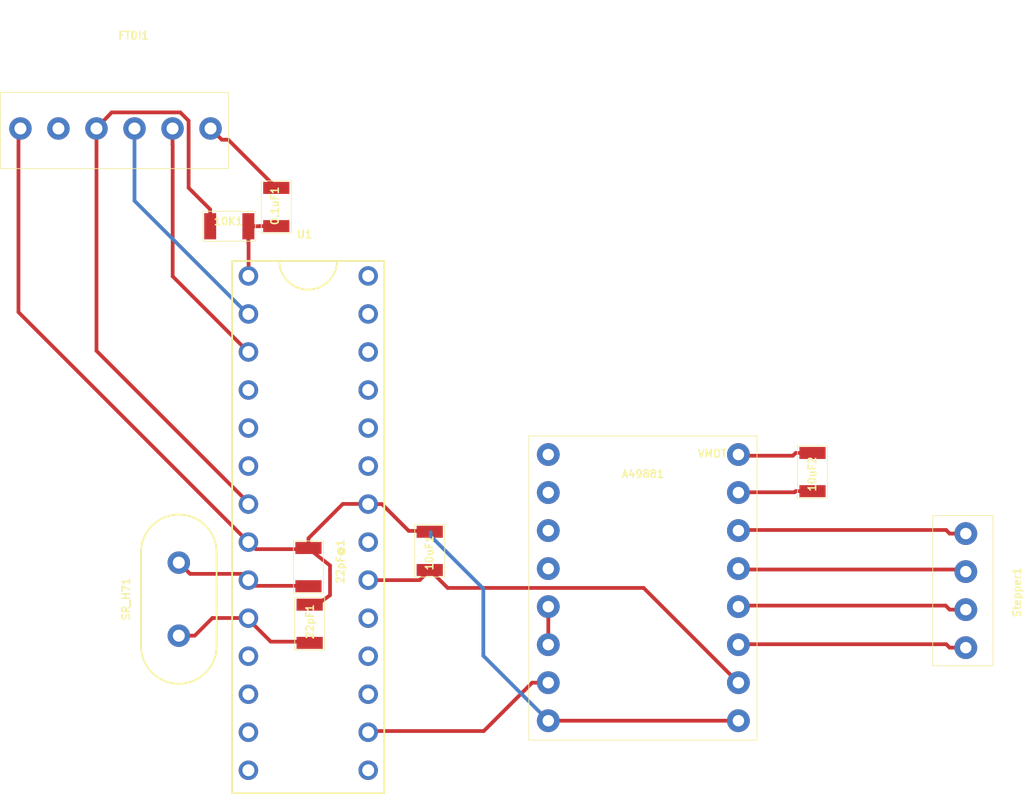
<source format=kicad_pcb>
(kicad_pcb (version 20171130) (host pcbnew "(5.1.0)-1")

  (general
    (thickness 1.6)
    (drawings 0)
    (tracks 87)
    (zones 0)
    (modules 11)
    (nets 40)
  )

  (page A4)
  (layers
    (0 F.Cu signal)
    (31 B.Cu signal)
    (32 B.Adhes user)
    (33 F.Adhes user)
    (34 B.Paste user)
    (35 F.Paste user)
    (36 B.SilkS user)
    (37 F.SilkS user)
    (38 B.Mask user)
    (39 F.Mask user)
    (40 Dwgs.User user)
    (41 Cmts.User user)
    (42 Eco1.User user)
    (43 Eco2.User user)
    (44 Edge.Cuts user)
    (45 Margin user)
    (46 B.CrtYd user)
    (47 F.CrtYd user)
    (48 B.Fab user)
    (49 F.Fab user)
  )

  (setup
    (last_trace_width 0.25)
    (trace_clearance 0.2)
    (zone_clearance 0.508)
    (zone_45_only no)
    (trace_min 0.2)
    (via_size 0.8)
    (via_drill 0.4)
    (via_min_size 0.4)
    (via_min_drill 0.3)
    (uvia_size 0.3)
    (uvia_drill 0.1)
    (uvias_allowed no)
    (uvia_min_size 0.2)
    (uvia_min_drill 0.1)
    (edge_width 0.1)
    (segment_width 0.2)
    (pcb_text_width 0.3)
    (pcb_text_size 1.5 1.5)
    (mod_edge_width 0.15)
    (mod_text_size 1 1)
    (mod_text_width 0.15)
    (pad_size 1.524 1.524)
    (pad_drill 0.762)
    (pad_to_mask_clearance 0)
    (aux_axis_origin 0 0)
    (visible_elements 7FFFFFFF)
    (pcbplotparams
      (layerselection 0x010fc_ffffffff)
      (usegerberextensions false)
      (usegerberattributes false)
      (usegerberadvancedattributes false)
      (creategerberjobfile false)
      (excludeedgelayer true)
      (linewidth 0.100000)
      (plotframeref false)
      (viasonmask false)
      (mode 1)
      (useauxorigin false)
      (hpglpennumber 1)
      (hpglpenspeed 20)
      (hpglpendiameter 15.000000)
      (psnegative false)
      (psa4output false)
      (plotreference true)
      (plotvalue true)
      (plotinvisibletext false)
      (padsonsilk false)
      (subtractmaskfromsilk false)
      (outputformat 1)
      (mirror false)
      (drillshape 1)
      (scaleselection 1)
      (outputdirectory ""))
  )

  (net 0 "")
  (net 1 "Net-(0.1uF1-Pad2)")
  (net 2 "Net-(0.1uF1-Pad1)")
  (net 3 +5V)
  (net 4 "Net-(22pF1-Pad1)")
  (net 5 "Net-(22pF@1-Pad1)")
  (net 6 "Net-(A49881-Pad15)")
  (net 7 "Net-(A49881-Pad13)")
  (net 8 "Net-(A49881-Pad12)")
  (net 9 "Net-(A49881-Pad11)")
  (net 10 "Net-(A49881-Pad10)")
  (net 11 "Net-(A49881-Pad9)")
  (net 12 "Net-(A49881-Pad6)")
  (net 13 "Net-(A49881-Pad5)")
  (net 14 "Net-(A49881-Pad4)")
  (net 15 "Net-(A49881-Pad3)")
  (net 16 GND)
  (net 17 "Net-(FTDI1-Pad2)")
  (net 18 "Net-(FTDI1-Pad5)")
  (net 19 "Net-(FTDI1-Pad4)")
  (net 20 "Net-(U1-Pad24)")
  (net 21 "Net-(U1-Pad23)")
  (net 22 "Net-(U1-Pad28)")
  (net 23 "Net-(U1-Pad27)")
  (net 24 "Net-(U1-Pad26)")
  (net 25 "Net-(U1-Pad25)")
  (net 26 "Net-(U1-Pad18)")
  (net 27 "Net-(U1-Pad21)")
  (net 28 "Net-(U1-Pad15)")
  (net 29 "Net-(U1-Pad17)")
  (net 30 "Net-(U1-Pad19)")
  (net 31 "Net-(U1-Pad4)")
  (net 32 "Net-(U1-Pad5)")
  (net 33 "Net-(U1-Pad6)")
  (net 34 "Net-(U1-Pad11)")
  (net 35 "Net-(U1-Pad12)")
  (net 36 "Net-(U1-Pad13)")
  (net 37 "Net-(U1-Pad14)")
  (net 38 GNDREF)
  (net 39 +10V)

  (net_class Default "This is the default net class."
    (clearance 0.2)
    (trace_width 0.25)
    (via_dia 0.8)
    (via_drill 0.4)
    (uvia_dia 0.3)
    (uvia_drill 0.1)
    (add_net +10V)
    (add_net +5V)
    (add_net GND)
    (add_net GNDREF)
    (add_net "Net-(0.1uF1-Pad1)")
    (add_net "Net-(0.1uF1-Pad2)")
    (add_net "Net-(22pF1-Pad1)")
    (add_net "Net-(22pF@1-Pad1)")
    (add_net "Net-(A49881-Pad10)")
    (add_net "Net-(A49881-Pad11)")
    (add_net "Net-(A49881-Pad12)")
    (add_net "Net-(A49881-Pad13)")
    (add_net "Net-(A49881-Pad15)")
    (add_net "Net-(A49881-Pad3)")
    (add_net "Net-(A49881-Pad4)")
    (add_net "Net-(A49881-Pad5)")
    (add_net "Net-(A49881-Pad6)")
    (add_net "Net-(A49881-Pad9)")
    (add_net "Net-(FTDI1-Pad2)")
    (add_net "Net-(FTDI1-Pad4)")
    (add_net "Net-(FTDI1-Pad5)")
    (add_net "Net-(U1-Pad11)")
    (add_net "Net-(U1-Pad12)")
    (add_net "Net-(U1-Pad13)")
    (add_net "Net-(U1-Pad14)")
    (add_net "Net-(U1-Pad15)")
    (add_net "Net-(U1-Pad17)")
    (add_net "Net-(U1-Pad18)")
    (add_net "Net-(U1-Pad19)")
    (add_net "Net-(U1-Pad21)")
    (add_net "Net-(U1-Pad23)")
    (add_net "Net-(U1-Pad24)")
    (add_net "Net-(U1-Pad25)")
    (add_net "Net-(U1-Pad26)")
    (add_net "Net-(U1-Pad27)")
    (add_net "Net-(U1-Pad28)")
    (add_net "Net-(U1-Pad4)")
    (add_net "Net-(U1-Pad5)")
    (add_net "Net-(U1-Pad6)")
  )

  (module Stepper_motors:Step_4_wires (layer F.Cu) (tedit 5CC092A7) (tstamp 5CC09899)
    (at 219.03 -44.78 270)
    (path /5CC7558C)
    (fp_text reference Stepper1 (at 0.09 -3.65 270) (layer F.SilkS)
      (effects (font (size 0.5 0.5) (thickness 0.1)))
    )
    (fp_text value Step_4_wires (at 0.27 -2.86 270) (layer F.Fab)
      (effects (font (size 0.5 0.5) (thickness 0.1)))
    )
    (fp_line (start -5.03 -2.04) (end -5.03 -1.99) (layer F.SilkS) (width 0.05))
    (fp_line (start -5 -2.04) (end -5.03 -2.04) (layer F.SilkS) (width 0.05))
    (fp_line (start 5 -2.04) (end -5 -2.04) (layer F.SilkS) (width 0.05))
    (fp_line (start -5.03 1.98) (end -5.03 -1.99) (layer F.SilkS) (width 0.05))
    (fp_line (start 5 1.98) (end -5.03 1.98) (layer F.SilkS) (width 0.05))
    (fp_line (start 5 -2.04) (end 5 1.98) (layer F.SilkS) (width 0.05))
    (fp_text user B2 (at 3.88 0.86 270) (layer F.Fab)
      (effects (font (size 0.2 0.2) (thickness 0.01)))
    )
    (fp_text user B1 (at 1.3 0.82 270) (layer F.Fab)
      (effects (font (size 0.2 0.2) (thickness 0.01)))
    )
    (fp_text user A2 (at -1.27 0.86 270) (layer F.Fab)
      (effects (font (size 0.2 0.2) (thickness 0.01)))
    )
    (fp_text user A1 (at -3.85 0.8 270) (layer F.Fab)
      (effects (font (size 0.2 0.2) (thickness 0.01)))
    )
    (pad 4 thru_hole circle (at 3.79 -0.23 270) (size 1.524 1.524) (drill 0.762) (layers *.Cu *.Mask)
      (net 12 "Net-(A49881-Pad6)"))
    (pad 3 thru_hole circle (at 1.25 -0.23 270) (size 1.524 1.524) (drill 0.762) (layers *.Cu *.Mask)
      (net 13 "Net-(A49881-Pad5)"))
    (pad 2 thru_hole circle (at -1.29 -0.23 270) (size 1.524 1.524) (drill 0.762) (layers *.Cu *.Mask)
      (net 14 "Net-(A49881-Pad4)"))
    (pad 1 thru_hole circle (at -3.83 -0.23 270) (size 1.524 1.524) (drill 0.762) (layers *.Cu *.Mask)
      (net 15 "Net-(A49881-Pad3)"))
  )

  (module Capacitors_smd:1206_cap_smd (layer F.Cu) (tedit 5CC074DB) (tstamp 5CC097C3)
    (at 209.02 -52.72 270)
    (path /5CC4CAC0)
    (fp_text reference 10uF2 (at 0.14 0.02 270) (layer F.SilkS)
      (effects (font (size 0.5 0.5) (thickness 0.1)))
    )
    (fp_text value 1206_cap_smd (at 0.36 -2.58 270) (layer F.Fab)
      (effects (font (size 0.5 0.5) (thickness 0.1)))
    )
    (fp_line (start -1.75 1) (end -1.75 -1) (layer F.SilkS) (width 0.05))
    (fp_line (start 1.75 1) (end -1.75 1) (layer F.SilkS) (width 0.05))
    (fp_line (start 1.75 -1) (end 1.75 1) (layer F.SilkS) (width 0.05))
    (fp_line (start -1.75 -1) (end 1.75 -1) (layer F.SilkS) (width 0.05))
    (pad 2 smd rect (at 1.275 0 270) (size 0.8 1.75) (layers F.Cu F.Paste F.Mask)
      (net 38 GNDREF))
    (pad 1 smd rect (at -1.275 0 270) (size 0.8 1.75) (layers F.Cu F.Paste F.Mask)
      (net 39 +10V))
  )

  (module Atmega328p_pu:Atmega328p_pu (layer F.Cu) (tedit 5CC07F22) (tstamp 5CC08BDA)
    (at 175.330001 -51.579998)
    (path /5CC09AE5)
    (fp_text reference U1 (at -0.25 -17.02) (layer F.SilkS)
      (effects (font (size 0.5 0.5) (thickness 0.1)))
    )
    (fp_text value Atmega328p_pu (at 0.53 -19.7) (layer F.Fab)
      (effects (font (size 0.5 0.5) (thickness 0.1)))
    )
    (fp_text user "D9(PWM)" (at 2.66 18.72) (layer F.Fab)
      (effects (font (size 0.2 0.2) (thickness 0.01)))
    )
    (fp_text user "D10(PWM)" (at 2.59 16.16) (layer F.Fab)
      (effects (font (size 0.2 0.2) (thickness 0.01)))
    )
    (fp_text user "D11(MOSI)(PWM)" (at 2.13 13.69) (layer F.Fab)
      (effects (font (size 0.2 0.2) (thickness 0.01)))
    )
    (fp_text user "D12(MISO)" (at 2.61 11.14) (layer F.Fab)
      (effects (font (size 0.2 0.2) (thickness 0.01)))
    )
    (fp_text user "D13(SCK)" (at 2.66 8.61) (layer F.Fab)
      (effects (font (size 0.2 0.2) (thickness 0.01)))
    )
    (fp_text user AVCC (at 2.99 6.15) (layer F.Fab)
      (effects (font (size 0.2 0.2) (thickness 0.01)))
    )
    (fp_text user AREF (at 3.01 3.46) (layer F.Fab)
      (effects (font (size 0.2 0.2) (thickness 0.01)))
    )
    (fp_text user GND (at 2.98 0.95) (layer F.Fab)
      (effects (font (size 0.2 0.2) (thickness 0.01)))
    )
    (fp_text user A0 (at 3.08 -1.57) (layer F.Fab)
      (effects (font (size 0.2 0.2) (thickness 0.01)))
    )
    (fp_text user A1 (at 3.09 -4.09) (layer F.Fab)
      (effects (font (size 0.2 0.2) (thickness 0.01)))
    )
    (fp_text user A2 (at 3.08 -6.64) (layer F.Fab)
      (effects (font (size 0.2 0.2) (thickness 0.01)))
    )
    (fp_text user A3 (at 3.03 -9.16) (layer F.Fab)
      (effects (font (size 0.2 0.2) (thickness 0.01)))
    )
    (fp_text user "A4(SDA)" (at 2.68 -11.64) (layer F.Fab)
      (effects (font (size 0.2 0.2) (thickness 0.01)))
    )
    (fp_text user "A5(SCL)" (at 2.68 -14.24) (layer F.Fab)
      (effects (font (size 0.2 0.2) (thickness 0.01)))
    )
    (fp_text user "D8(CLK0)" (at -2.63 18.79) (layer F.Fab)
      (effects (font (size 0.2 0.2) (thickness 0.01)))
    )
    (fp_text user D7 (at -3.02 16.27) (layer F.Fab)
      (effects (font (size 0.2 0.2) (thickness 0.01)))
    )
    (fp_text user "D6(PWM)" (at -2.61 13.75) (layer F.Fab)
      (effects (font (size 0.2 0.2) (thickness 0.01)))
    )
    (fp_text user "D5(PWM)" (at -2.57 11.19) (layer F.Fab)
      (effects (font (size 0.2 0.2) (thickness 0.01)))
    )
    (fp_text user "CRYSTAL(XTAL2)" (at -2.15 8.65) (layer F.Fab)
      (effects (font (size 0.2 0.2) (thickness 0.01)))
    )
    (fp_text user "CRYSTAL(XTAL1)" (at -2.09 6.09) (layer F.Fab)
      (effects (font (size 0.2 0.2) (thickness 0.01)))
    )
    (fp_text user GND (at -2.95 3.56) (layer F.Fab)
      (effects (font (size 0.2 0.2) (thickness 0.01)))
    )
    (fp_text user VCC (at -2.99 0.99) (layer F.Fab)
      (effects (font (size 0.2 0.2) (thickness 0.01)))
    )
    (fp_text user D4 (at -2.96 -1.54) (layer F.Fab)
      (effects (font (size 0.2 0.2) (thickness 0.01)))
    )
    (fp_text user "D3(PWM)" (at -2.66 -4.1) (layer F.Fab)
      (effects (font (size 0.2 0.2) (thickness 0.01)))
    )
    (fp_text user D2 (at -2.97 -6.59) (layer F.Fab)
      (effects (font (size 0.2 0.2) (thickness 0.01)))
    )
    (fp_text user "D1(TX)" (at -2.78 -9.08) (layer F.Fab)
      (effects (font (size 0.2 0.2) (thickness 0.01)))
    )
    (fp_text user "D0(RX)" (at -2.72 -11.68) (layer F.Fab)
      (effects (font (size 0.2 0.2) (thickness 0.01)))
    )
    (fp_text user RESET (at -2.84 -14.23) (layer F.Fab)
      (effects (font (size 0.2 0.2) (thickness 0.01)))
    )
    (fp_arc (start 0 -15.26) (end -1.929999 -15.240001) (angle -178.0740627) (layer F.SilkS) (width 0.12))
    (fp_line (start 5.08 20.32) (end 5.08 -15.24) (layer F.SilkS) (width 0.12))
    (fp_line (start -5.08 20.32) (end 5.08 20.32) (layer F.SilkS) (width 0.12))
    (fp_line (start -5.08 -15.24) (end -5.08 20.32) (layer F.SilkS) (width 0.12))
    (fp_line (start -5.08 -15.24) (end 5.08 -15.24) (layer F.SilkS) (width 0.12))
    (pad 22 thru_hole circle (at 4.01 1) (size 1.3 1.3) (drill 0.8) (layers *.Cu *.Mask)
      (net 16 GND))
    (pad 24 thru_hole circle (at 4.01 -4.08) (size 1.3 1.3) (drill 0.8) (layers *.Cu *.Mask)
      (net 20 "Net-(U1-Pad24)"))
    (pad 23 thru_hole circle (at 4.01 -1.54) (size 1.3 1.3) (drill 0.8) (layers *.Cu *.Mask)
      (net 21 "Net-(U1-Pad23)"))
    (pad 28 thru_hole circle (at 4.01 -14.24) (size 1.3 1.3) (drill 0.8) (layers *.Cu *.Mask)
      (net 22 "Net-(U1-Pad28)"))
    (pad 27 thru_hole circle (at 4.01 -11.7) (size 1.3 1.3) (drill 0.8) (layers *.Cu *.Mask)
      (net 23 "Net-(U1-Pad27)"))
    (pad 26 thru_hole circle (at 4.01 -9.16) (size 1.3 1.3) (drill 0.8) (layers *.Cu *.Mask)
      (net 24 "Net-(U1-Pad26)"))
    (pad 25 thru_hole circle (at 4.01 -6.62) (size 1.3 1.3) (drill 0.8) (layers *.Cu *.Mask)
      (net 25 "Net-(U1-Pad25)"))
    (pad 18 thru_hole circle (at 4.01 11.16) (size 1.3 1.3) (drill 0.8) (layers *.Cu *.Mask)
      (net 26 "Net-(U1-Pad18)"))
    (pad 21 thru_hole circle (at 4.01 3.54) (size 1.3 1.3) (drill 0.8) (layers *.Cu *.Mask)
      (net 27 "Net-(U1-Pad21)"))
    (pad 15 thru_hole circle (at 4.01 18.78) (size 1.3 1.3) (drill 0.8) (layers *.Cu *.Mask)
      (net 28 "Net-(U1-Pad15)"))
    (pad 17 thru_hole circle (at 4.01 13.7) (size 1.3 1.3) (drill 0.8) (layers *.Cu *.Mask)
      (net 29 "Net-(U1-Pad17)"))
    (pad 16 thru_hole circle (at 4.01 16.24) (size 1.3 1.3) (drill 0.8) (layers *.Cu *.Mask)
      (net 6 "Net-(A49881-Pad15)"))
    (pad 20 thru_hole circle (at 4.01 6.08) (size 1.3 1.3) (drill 0.8) (layers *.Cu *.Mask)
      (net 3 +5V))
    (pad 19 thru_hole circle (at 4.01 8.62) (size 1.3 1.3) (drill 0.8) (layers *.Cu *.Mask)
      (net 30 "Net-(U1-Pad19)"))
    (pad 1 thru_hole circle (at -3.99 -14.24) (size 1.3 1.3) (drill 0.8) (layers *.Cu *.Mask)
      (net 2 "Net-(0.1uF1-Pad1)"))
    (pad 2 thru_hole circle (at -3.99 -11.7) (size 1.3 1.3) (drill 0.8) (layers *.Cu *.Mask)
      (net 19 "Net-(FTDI1-Pad4)"))
    (pad 3 thru_hole circle (at -3.99 -9.16) (size 1.3 1.3) (drill 0.8) (layers *.Cu *.Mask)
      (net 18 "Net-(FTDI1-Pad5)"))
    (pad 4 thru_hole circle (at -3.99 -6.62) (size 1.3 1.3) (drill 0.8) (layers *.Cu *.Mask)
      (net 31 "Net-(U1-Pad4)"))
    (pad 5 thru_hole circle (at -3.99 -4.08) (size 1.3 1.3) (drill 0.8) (layers *.Cu *.Mask)
      (net 32 "Net-(U1-Pad5)"))
    (pad 6 thru_hole circle (at -3.99 -1.54) (size 1.3 1.3) (drill 0.8) (layers *.Cu *.Mask)
      (net 33 "Net-(U1-Pad6)"))
    (pad 7 thru_hole circle (at -3.99 1) (size 1.3 1.3) (drill 0.8) (layers *.Cu *.Mask)
      (net 3 +5V))
    (pad 10 thru_hole circle (at -3.99 8.62) (size 1.3 1.3) (drill 0.8) (layers *.Cu *.Mask)
      (net 4 "Net-(22pF1-Pad1)"))
    (pad 8 thru_hole circle (at -3.99 3.54) (size 1.3 1.3) (drill 0.8) (layers *.Cu *.Mask)
      (net 16 GND))
    (pad 9 thru_hole circle (at -3.99 6.08) (size 1.3 1.3) (drill 0.8) (layers *.Cu *.Mask)
      (net 5 "Net-(22pF@1-Pad1)"))
    (pad 11 thru_hole circle (at -3.99 11.16) (size 1.3 1.3) (drill 0.8) (layers *.Cu *.Mask)
      (net 34 "Net-(U1-Pad11)"))
    (pad 12 thru_hole circle (at -3.99 13.7) (size 1.3 1.3) (drill 0.8) (layers *.Cu *.Mask)
      (net 35 "Net-(U1-Pad12)"))
    (pad 13 thru_hole circle (at -3.99 16.24) (size 1.3 1.3) (drill 0.8) (layers *.Cu *.Mask)
      (net 36 "Net-(U1-Pad13)"))
    (pad 14 thru_hole circle (at -3.99 18.78) (size 1.3 1.3) (drill 0.8) (layers *.Cu *.Mask)
      (net 37 "Net-(U1-Pad14)"))
  )

  (module Crystal_resonators:HC_49S (layer F.Cu) (tedit 5CC074F9) (tstamp 5CC08B99)
    (at 166.69 -41.79 90)
    (descr "Crystal THT HC-49/U http://5hertz.com/pdfs/04404_D.pdf")
    (tags "THT crystalHC-49/U")
    (path /5CC0B0C1)
    (fp_text reference SR_H71 (at 2.44 -3.525 90) (layer F.SilkS)
      (effects (font (size 0.5 0.5) (thickness 0.1)))
    )
    (fp_text value HC_49S (at 2.44 3.525 90) (layer F.Fab)
      (effects (font (size 0.5 0.5) (thickness 0.1)))
    )
    (fp_arc (start 5.565 0) (end 5.565 -2.525) (angle 180) (layer F.SilkS) (width 0.12))
    (fp_arc (start -0.685 0) (end -0.685 -2.525) (angle -180) (layer F.SilkS) (width 0.12))
    (fp_arc (start 5.44 0) (end 5.44 -2) (angle 180) (layer F.Fab) (width 0.1))
    (fp_arc (start -0.56 0) (end -0.56 -2) (angle -180) (layer F.Fab) (width 0.1))
    (fp_arc (start 5.565 0) (end 5.565 -2.325) (angle 180) (layer F.Fab) (width 0.1))
    (fp_arc (start -0.685 0) (end -0.685 -2.325) (angle -180) (layer F.Fab) (width 0.1))
    (fp_line (start 8.4 -2.8) (end -3.5 -2.8) (layer F.CrtYd) (width 0.05))
    (fp_line (start 8.4 2.8) (end 8.4 -2.8) (layer F.CrtYd) (width 0.05))
    (fp_line (start -3.5 2.8) (end 8.4 2.8) (layer F.CrtYd) (width 0.05))
    (fp_line (start -3.5 -2.8) (end -3.5 2.8) (layer F.CrtYd) (width 0.05))
    (fp_line (start -0.685 2.525) (end 5.565 2.525) (layer F.SilkS) (width 0.12))
    (fp_line (start -0.685 -2.525) (end 5.565 -2.525) (layer F.SilkS) (width 0.12))
    (fp_line (start -0.56 2) (end 5.44 2) (layer F.Fab) (width 0.1))
    (fp_line (start -0.56 -2) (end 5.44 -2) (layer F.Fab) (width 0.1))
    (fp_line (start -0.685 2.325) (end 5.565 2.325) (layer F.Fab) (width 0.1))
    (fp_line (start -0.685 -2.325) (end 5.565 -2.325) (layer F.Fab) (width 0.1))
    (fp_text user %R (at 2.44 0 90) (layer F.Fab)
      (effects (font (size 0.5 0.5) (thickness 0.1)))
    )
    (pad 2 thru_hole circle (at 4.88 0 90) (size 1.5 1.5) (drill 0.8) (layers *.Cu *.Mask)
      (net 5 "Net-(22pF@1-Pad1)"))
    (pad 1 thru_hole circle (at 0 0 90) (size 1.5 1.5) (drill 0.8) (layers *.Cu *.Mask)
      (net 4 "Net-(22pF1-Pad1)"))
    (model ${KISYS3DMOD}/Crystal.3dshapes/Crystal_HC49-U_Vertical.wrl
      (at (xyz 0 0 0))
      (scale (xyz 1 1 0.18))
      (rotate (xyz 0 0 0))
    )
  )

  (module Programmers:FTDI_breakout (layer F.Cu) (tedit 5CC08090) (tstamp 5CC08B82)
    (at 162.39 -75.53)
    (path /5CC119C3)
    (fp_text reference FTDI1 (at 1.27 -6.35) (layer F.SilkS)
      (effects (font (size 0.5 0.5) (thickness 0.1)))
    )
    (fp_text value FTDI_breakout (at 1.27 -8.255) (layer F.Fab)
      (effects (font (size 0.5 0.5) (thickness 0.1)))
    )
    (fp_text user DTR (at 6.46 -1.17) (layer F.Fab)
      (effects (font (size 0.2 0.2) (thickness 0.01)))
    )
    (fp_text user RX (at 3.87 -1.12) (layer F.Fab)
      (effects (font (size 0.2 0.2) (thickness 0.01)))
    )
    (fp_text user TX (at 1.33 -1.13) (layer F.Fab)
      (effects (font (size 0.2 0.2) (thickness 0.01)))
    )
    (fp_text user 5V (at -1.22 -1.11) (layer F.Fab)
      (effects (font (size 0.2 0.2) (thickness 0.01)))
    )
    (fp_text user CTS (at -3.79 -1.16) (layer F.Fab)
      (effects (font (size 0.2 0.2) (thickness 0.01)))
    )
    (fp_text user GND (at -6.26 -1.21) (layer F.Fab)
      (effects (font (size 0.2 0.2) (thickness 0.01)))
    )
    (fp_line (start -7.62 2.54) (end 7.62 2.54) (layer F.SilkS) (width 0.05))
    (fp_line (start -7.62 -2.54) (end -7.62 2.54) (layer F.SilkS) (width 0.05))
    (fp_line (start 7.62 -2.54) (end 7.62 2.54) (layer F.SilkS) (width 0.05))
    (fp_line (start -7.62 -2.54) (end 7.62 -2.54) (layer F.SilkS) (width 0.05))
    (pad 1 thru_hole circle (at -6.28 -0.14) (size 1.5 1.5) (drill 0.8) (layers *.Cu *.Mask)
      (net 16 GND))
    (pad 2 thru_hole circle (at -3.74 -0.14) (size 1.5 1.5) (drill 0.8) (layers *.Cu *.Mask)
      (net 17 "Net-(FTDI1-Pad2)"))
    (pad 6 thru_hole circle (at 6.42 -0.14) (size 1.5 1.5) (drill 0.8) (layers *.Cu *.Mask)
      (net 1 "Net-(0.1uF1-Pad2)"))
    (pad 5 thru_hole circle (at 3.88 -0.14) (size 1.5 1.5) (drill 0.8) (layers *.Cu *.Mask)
      (net 18 "Net-(FTDI1-Pad5)"))
    (pad 4 thru_hole circle (at 1.34 -0.14) (size 1.5 1.5) (drill 0.8) (layers *.Cu *.Mask)
      (net 19 "Net-(FTDI1-Pad4)"))
    (pad 3 thru_hole circle (at -1.2 -0.14) (size 1.5 1.5) (drill 0.8) (layers *.Cu *.Mask)
      (net 3 +5V))
  )

  (module Drivers:A4988_module_stepper (layer F.Cu) (tedit 5CC08176) (tstamp 5CC08B6E)
    (at 197.69 -44.97)
    (path /5CC10829)
    (fp_text reference A49881 (at 0 -7.62) (layer F.SilkS)
      (effects (font (size 0.5 0.5) (thickness 0.1)))
    )
    (fp_text value A4988_module_stepper (at 0 -12.7) (layer F.Fab)
      (effects (font (size 0.5 0.5) (thickness 0.1)))
    )
    (fp_text user GND (at 5.25 -6.41) (layer F.Fab)
      (effects (font (size 0.2 0.2) (thickness 0.01)))
    )
    (fp_text user 2B (at 5.22 -3.88) (layer F.Fab)
      (effects (font (size 0.2 0.2) (thickness 0.01)))
    )
    (fp_text user 2A (at 5.21 -1.4) (layer F.Fab)
      (effects (font (size 0.2 0.2) (thickness 0.01)))
    )
    (fp_text user 1A (at 5.22 1.17) (layer F.Fab)
      (effects (font (size 0.2 0.2) (thickness 0.01)))
    )
    (fp_text user 1B (at 5.16 3.78) (layer F.Fab)
      (effects (font (size 0.2 0.2) (thickness 0.01)))
    )
    (fp_text user VDD (at 5.29 6.35) (layer F.Fab)
      (effects (font (size 0.2 0.2) (thickness 0.01)))
    )
    (fp_text user GND (at 5.23 8.86) (layer F.Fab)
      (effects (font (size 0.2 0.2) (thickness 0.01)))
    )
    (fp_text user DIR (at -5.12 8.62) (layer F.Fab)
      (effects (font (size 0.2 0.2) (thickness 0.01)))
    )
    (fp_text user STEP (at -4.96 6.43) (layer F.Fab)
      (effects (font (size 0.2 0.2) (thickness 0.01)))
    )
    (fp_text user SLEEP (at -4.98 3.76) (layer F.Fab)
      (effects (font (size 0.2 0.2) (thickness 0.01)))
    )
    (fp_text user RESET (at -5 1.19) (layer F.Fab)
      (effects (font (size 0.2 0.2) (thickness 0.01)))
    )
    (fp_text user MS3 (at -5.15 -1.25) (layer F.Fab)
      (effects (font (size 0.2 0.2) (thickness 0.01)))
    )
    (fp_text user MS2 (at -5.11 -3.86) (layer F.Fab)
      (effects (font (size 0.2 0.2) (thickness 0.01)))
    )
    (fp_text user MS1 (at -4.89 -6.42) (layer F.Fab)
      (effects (font (size 0.2 0.2) (thickness 0.01)))
    )
    (fp_text user ENABLE (at -4.69 -9) (layer F.Fab)
      (effects (font (size 0.2 0.2) (thickness 0.01)))
    )
    (fp_text user VMOT (at 4.64 -8.98) (layer F.SilkS)
      (effects (font (size 0.5 0.5) (thickness 0.1)))
    )
    (fp_line (start -7.62 10.16) (end -7.62 -10.16) (layer F.SilkS) (width 0.05))
    (fp_line (start 7.62 10.16) (end -7.62 10.16) (layer F.SilkS) (width 0.05))
    (fp_line (start 7.62 -10.16) (end 7.62 10.16) (layer F.SilkS) (width 0.05))
    (fp_line (start -7.62 -10.16) (end 7.62 -10.16) (layer F.SilkS) (width 0.05))
    (pad 16 thru_hole circle (at -6.32 8.86) (size 1.524 1.524) (drill 0.762) (layers *.Cu *.Mask)
      (net 16 GND))
    (pad 15 thru_hole circle (at -6.32 6.32) (size 1.524 1.524) (drill 0.762) (layers *.Cu *.Mask)
      (net 6 "Net-(A49881-Pad15)"))
    (pad 14 thru_hole circle (at -6.32 3.78) (size 1.524 1.524) (drill 0.762) (layers *.Cu *.Mask)
      (net 7 "Net-(A49881-Pad13)"))
    (pad 13 thru_hole circle (at -6.32 1.24) (size 1.524 1.524) (drill 0.762) (layers *.Cu *.Mask)
      (net 7 "Net-(A49881-Pad13)"))
    (pad 12 thru_hole circle (at -6.32 -1.3) (size 1.524 1.524) (drill 0.762) (layers *.Cu *.Mask)
      (net 8 "Net-(A49881-Pad12)"))
    (pad 11 thru_hole circle (at -6.32 -3.84) (size 1.524 1.524) (drill 0.762) (layers *.Cu *.Mask)
      (net 9 "Net-(A49881-Pad11)"))
    (pad 10 thru_hole circle (at -6.32 -6.38) (size 1.524 1.524) (drill 0.762) (layers *.Cu *.Mask)
      (net 10 "Net-(A49881-Pad10)"))
    (pad 9 thru_hole circle (at -6.32 -8.92) (size 1.524 1.524) (drill 0.762) (layers *.Cu *.Mask)
      (net 11 "Net-(A49881-Pad9)"))
    (pad 8 thru_hole circle (at 6.38 8.86) (size 1.524 1.524) (drill 0.762) (layers *.Cu *.Mask)
      (net 16 GND))
    (pad 7 thru_hole circle (at 6.38 6.32) (size 1.524 1.524) (drill 0.762) (layers *.Cu *.Mask)
      (net 3 +5V))
    (pad 6 thru_hole circle (at 6.38 3.78) (size 1.524 1.524) (drill 0.762) (layers *.Cu *.Mask)
      (net 12 "Net-(A49881-Pad6)"))
    (pad 5 thru_hole circle (at 6.38 1.24) (size 1.524 1.524) (drill 0.762) (layers *.Cu *.Mask)
      (net 13 "Net-(A49881-Pad5)"))
    (pad 4 thru_hole circle (at 6.38 -1.3) (size 1.524 1.524) (drill 0.762) (layers *.Cu *.Mask)
      (net 14 "Net-(A49881-Pad4)"))
    (pad 3 thru_hole circle (at 6.38 -3.84) (size 1.524 1.524) (drill 0.762) (layers *.Cu *.Mask)
      (net 15 "Net-(A49881-Pad3)"))
    (pad 2 thru_hole circle (at 6.38 -6.38) (size 1.524 1.524) (drill 0.762) (layers *.Cu *.Mask)
      (net 38 GNDREF))
    (pad 1 thru_hole circle (at 6.38 -8.92) (size 1.524 1.524) (drill 0.762) (layers *.Cu *.Mask)
      (net 39 +10V))
  )

  (module Capacitors_smd:1206_cap_smd (layer F.Cu) (tedit 5CC074DB) (tstamp 5CC08B46)
    (at 175.35 -46.37 90)
    (path /5CC0DB5D)
    (fp_text reference 22pF@1 (at 0.374999 2.134999 90) (layer F.SilkS)
      (effects (font (size 0.5 0.5) (thickness 0.1)))
    )
    (fp_text value 1206_cap_smd (at 0.36 -2.58 90) (layer F.Fab) hide
      (effects (font (size 0.5 0.5) (thickness 0.1)))
    )
    (fp_line (start -1.75 1) (end -1.75 -1) (layer F.SilkS) (width 0.05))
    (fp_line (start 1.75 1) (end -1.75 1) (layer F.SilkS) (width 0.05))
    (fp_line (start 1.75 -1) (end 1.75 1) (layer F.SilkS) (width 0.05))
    (fp_line (start -1.75 -1) (end 1.75 -1) (layer F.SilkS) (width 0.05))
    (pad 2 smd rect (at 1.275 0 90) (size 0.8 1.75) (layers F.Cu F.Paste F.Mask)
      (net 16 GND))
    (pad 1 smd rect (at -1.275 0 90) (size 0.8 1.75) (layers F.Cu F.Paste F.Mask)
      (net 5 "Net-(22pF@1-Pad1)"))
  )

  (module Capacitors_smd:1206_cap_smd (layer F.Cu) (tedit 5CC074DB) (tstamp 5CC08B3C)
    (at 175.43 -42.585 90)
    (path /5CC0CA74)
    (fp_text reference 22pF1 (at 0.14 0.02 90) (layer F.SilkS)
      (effects (font (size 0.5 0.5) (thickness 0.1)))
    )
    (fp_text value 1206_cap_smd (at 0.36 -2.58 90) (layer F.Fab) hide
      (effects (font (size 0.5 0.5) (thickness 0.1)))
    )
    (fp_line (start -1.75 1) (end -1.75 -1) (layer F.SilkS) (width 0.05))
    (fp_line (start 1.75 1) (end -1.75 1) (layer F.SilkS) (width 0.05))
    (fp_line (start 1.75 -1) (end 1.75 1) (layer F.SilkS) (width 0.05))
    (fp_line (start -1.75 -1) (end 1.75 -1) (layer F.SilkS) (width 0.05))
    (pad 2 smd rect (at 1.275 0 90) (size 0.8 1.75) (layers F.Cu F.Paste F.Mask)
      (net 16 GND))
    (pad 1 smd rect (at -1.275 0 90) (size 0.8 1.75) (layers F.Cu F.Paste F.Mask)
      (net 4 "Net-(22pF1-Pad1)"))
  )

  (module Capacitors_smd:1206_cap_smd (layer F.Cu) (tedit 5CC074DB) (tstamp 5CC08B32)
    (at 183.45 -47.455 270)
    (path /5CC0BF48)
    (fp_text reference 10uF1 (at 0.14 0.02 270) (layer F.SilkS)
      (effects (font (size 0.5 0.5) (thickness 0.1)))
    )
    (fp_text value 1206_cap_smd (at 0.36 -2.58 270) (layer F.Fab) hide
      (effects (font (size 0.5 0.5) (thickness 0.1)))
    )
    (fp_line (start -1.75 1) (end -1.75 -1) (layer F.SilkS) (width 0.05))
    (fp_line (start 1.75 1) (end -1.75 1) (layer F.SilkS) (width 0.05))
    (fp_line (start 1.75 -1) (end 1.75 1) (layer F.SilkS) (width 0.05))
    (fp_line (start -1.75 -1) (end 1.75 -1) (layer F.SilkS) (width 0.05))
    (pad 2 smd rect (at 1.275 0 270) (size 0.8 1.75) (layers F.Cu F.Paste F.Mask)
      (net 3 +5V))
    (pad 1 smd rect (at -1.275 0 270) (size 0.8 1.75) (layers F.Cu F.Paste F.Mask)
      (net 16 GND))
  )

  (module Resistors_smd:1206_res_smd (layer F.Cu) (tedit 5CC07519) (tstamp 5CC08B28)
    (at 170.06 -69.14)
    (path /5CC0C11E)
    (fp_text reference 10K1 (at -0.06 -0.33) (layer F.SilkS)
      (effects (font (size 0.5 0.5) (thickness 0.1)))
    )
    (fp_text value 1206_res_smd (at 0.25 -4) (layer F.Fab) hide
      (effects (font (size 0.5 0.5) (thickness 0.1)))
    )
    (fp_line (start -1.75 -1) (end 1.75 -1) (layer F.SilkS) (width 0.05))
    (fp_line (start 1.75 -1) (end 1.75 1) (layer F.SilkS) (width 0.05))
    (fp_line (start 1.75 1) (end -1.75 1) (layer F.SilkS) (width 0.05))
    (fp_line (start -1.75 1) (end -1.75 -1) (layer F.SilkS) (width 0.05))
    (pad 1 smd rect (at -1.275 0) (size 0.8 1.75) (layers F.Cu F.Paste F.Mask)
      (net 3 +5V))
    (pad 2 smd rect (at 1.275 0) (size 0.8 1.75) (layers F.Cu F.Paste F.Mask)
      (net 2 "Net-(0.1uF1-Pad1)"))
  )

  (module Capacitors_smd:1206_cap_smd (layer F.Cu) (tedit 5CC074DB) (tstamp 5CC08B1E)
    (at 173.2 -70.425 90)
    (path /5CC0ACF7)
    (fp_text reference 0.1uF1 (at 0.074999 -0.095001 90) (layer F.SilkS)
      (effects (font (size 0.5 0.5) (thickness 0.1)))
    )
    (fp_text value 1206_cap_smd (at 4.884999 2.344999 90) (layer F.Fab) hide
      (effects (font (size 0.5 0.5) (thickness 0.1)))
    )
    (fp_line (start -1.75 1) (end -1.75 -1) (layer F.SilkS) (width 0.05))
    (fp_line (start 1.75 1) (end -1.75 1) (layer F.SilkS) (width 0.05))
    (fp_line (start 1.75 -1) (end 1.75 1) (layer F.SilkS) (width 0.05))
    (fp_line (start -1.75 -1) (end 1.75 -1) (layer F.SilkS) (width 0.05))
    (pad 2 smd rect (at 1.275 0 90) (size 0.8 1.75) (layers F.Cu F.Paste F.Mask)
      (net 1 "Net-(0.1uF1-Pad2)"))
    (pad 1 smd rect (at -1.275 0 90) (size 0.8 1.75) (layers F.Cu F.Paste F.Mask)
      (net 2 "Net-(0.1uF1-Pad1)"))
  )

  (segment (start 169.559999 -74.920001) (end 169.989999 -74.920001) (width 0.25) (layer F.Cu) (net 1))
  (segment (start 168.81 -75.67) (end 169.559999 -74.920001) (width 0.25) (layer F.Cu) (net 1))
  (segment (start 169.989999 -74.920001) (end 173.21 -71.7) (width 0.25) (layer F.Cu) (net 1))
  (segment (start 171.335 -68.015) (end 171.35 -68) (width 0.25) (layer F.Cu) (net 2))
  (segment (start 171.335 -69.14) (end 171.335 -68.015) (width 0.25) (layer F.Cu) (net 2))
  (segment (start 171.35 -68) (end 171.35 -65.8) (width 0.25) (layer F.Cu) (net 2))
  (segment (start 171.35 -65.8) (end 171.35 -65.97) (width 0.25) (layer F.Cu) (net 2))
  (segment (start 172.075 -69.15) (end 172.065 -69.14) (width 0.25) (layer F.Cu) (net 2))
  (segment (start 173.2 -69.15) (end 172.075 -69.15) (width 0.25) (layer F.Cu) (net 2))
  (segment (start 172.065 -69.14) (end 171.34 -69.14) (width 0.25) (layer F.Cu) (net 2))
  (segment (start 161.19 -75.67) (end 161.19 -74.60934) (width 0.25) (layer F.Cu) (net 3))
  (segment (start 161.19 -74.60934) (end 161.19 -60.82) (width 0.25) (layer F.Cu) (net 3))
  (segment (start 161.19 -60.82) (end 171.32 -50.69) (width 0.25) (layer F.Cu) (net 3))
  (segment (start 168.785 -70.265) (end 167.345001 -71.704999) (width 0.25) (layer F.Cu) (net 3))
  (segment (start 168.785 -69.14) (end 168.785 -70.265) (width 0.25) (layer F.Cu) (net 3))
  (segment (start 167.345001 -71.704999) (end 167.345001 -76.186001) (width 0.25) (layer F.Cu) (net 3))
  (segment (start 167.345001 -76.186001) (end 166.786001 -76.745001) (width 0.25) (layer F.Cu) (net 3))
  (segment (start 161.2 -75.7) (end 161.23 -75.72) (width 0.25) (layer F.Cu) (net 3))
  (segment (start 166.786001 -76.745001) (end 162.205001 -76.745001) (width 0.25) (layer F.Cu) (net 3))
  (segment (start 162.205001 -76.745001) (end 161.2 -75.7) (width 0.25) (layer F.Cu) (net 3))
  (segment (start 179.340001 -45.499998) (end 182.779998 -45.499998) (width 0.25) (layer F.Cu) (net 3))
  (segment (start 182.779998 -45.499998) (end 183.55 -46.27) (width 0.25) (layer F.Cu) (net 3))
  (segment (start 204.07 -38.65) (end 197.74 -44.98) (width 0.25) (layer F.Cu) (net 3))
  (segment (start 197.74 -44.98) (end 184.65 -44.98) (width 0.25) (layer F.Cu) (net 3))
  (segment (start 184.65 -44.98) (end 183.44 -46.19) (width 0.25) (layer F.Cu) (net 3))
  (segment (start 167.75066 -41.79) (end 168.93066 -42.97) (width 0.25) (layer F.Cu) (net 4))
  (segment (start 166.69 -41.79) (end 167.75066 -41.79) (width 0.25) (layer F.Cu) (net 4))
  (segment (start 168.93066 -42.97) (end 171.25 -42.97) (width 0.25) (layer F.Cu) (net 4))
  (segment (start 171.25 -42.97) (end 172.83 -41.39) (width 0.25) (layer F.Cu) (net 4))
  (segment (start 172.83 -41.39) (end 175.44 -41.39) (width 0.25) (layer F.Cu) (net 4))
  (segment (start 167.439999 -45.920001) (end 170.929999 -45.920001) (width 0.25) (layer F.Cu) (net 5))
  (segment (start 166.69 -46.67) (end 167.439999 -45.920001) (width 0.25) (layer F.Cu) (net 5))
  (segment (start 170.929999 -45.920001) (end 171.34 -45.51) (width 0.25) (layer F.Cu) (net 5))
  (segment (start 171.34 -45.51) (end 171.73 -45.12) (width 0.25) (layer F.Cu) (net 5))
  (segment (start 171.73 -45.12) (end 175.37 -45.12) (width 0.25) (layer F.Cu) (net 5))
  (segment (start 190.29237 -38.65) (end 187.06237 -35.42) (width 0.25) (layer F.Cu) (net 6))
  (segment (start 191.37 -38.65) (end 190.29237 -38.65) (width 0.25) (layer F.Cu) (net 6))
  (segment (start 187.06237 -35.42) (end 179.39 -35.42) (width 0.25) (layer F.Cu) (net 6))
  (segment (start 191.37 -43.73) (end 191.37 -42.65237) (width 0.25) (layer F.Cu) (net 7))
  (segment (start 191.37 -42.65237) (end 191.37 -41.2) (width 0.25) (layer F.Cu) (net 7))
  (segment (start 218.18237 -40.99) (end 217.95237 -41.22) (width 0.25) (layer F.Cu) (net 12))
  (segment (start 219.26 -40.99) (end 218.18237 -40.99) (width 0.25) (layer F.Cu) (net 12))
  (segment (start 217.95237 -41.22) (end 204.14 -41.22) (width 0.25) (layer F.Cu) (net 12))
  (segment (start 218.18237 -43.53) (end 217.91237 -43.8) (width 0.25) (layer F.Cu) (net 13))
  (segment (start 219.26 -43.53) (end 218.18237 -43.53) (width 0.25) (layer F.Cu) (net 13))
  (segment (start 217.91237 -43.8) (end 204.11 -43.8) (width 0.25) (layer F.Cu) (net 13))
  (segment (start 219.26 -46.07) (end 219.26 -46.06) (width 0.25) (layer F.Cu) (net 14))
  (segment (start 219.26 -46.06) (end 219.11 -46.21) (width 0.25) (layer F.Cu) (net 14))
  (segment (start 219.11 -46.21) (end 204.17 -46.21) (width 0.25) (layer F.Cu) (net 14))
  (segment (start 218.18237 -48.61) (end 217.94237 -48.85) (width 0.25) (layer F.Cu) (net 15))
  (segment (start 219.26 -48.61) (end 218.18237 -48.61) (width 0.25) (layer F.Cu) (net 15))
  (segment (start 217.94237 -48.85) (end 204.29 -48.85) (width 0.25) (layer F.Cu) (net 15))
  (segment (start 171.84 -47.57) (end 171.43 -47.98) (width 0.25) (layer F.Cu) (net 16))
  (segment (start 171.84 -47.57) (end 171.84 -47.58) (width 0.25) (layer F.Cu) (net 16))
  (segment (start 171.84 -47.58) (end 171.4 -48.02) (width 0.25) (layer F.Cu) (net 16))
  (segment (start 175.35 -48.295) (end 177.645 -50.59) (width 0.25) (layer F.Cu) (net 16))
  (segment (start 175.35 -47.645) (end 175.35 -48.295) (width 0.25) (layer F.Cu) (net 16))
  (segment (start 177.645 -50.59) (end 179.31 -50.59) (width 0.25) (layer F.Cu) (net 16))
  (segment (start 175.38 -47.57) (end 171.84 -47.57) (width 0.25) (layer F.Cu) (net 16))
  (segment (start 175.4 -47.57) (end 175.38 -47.57) (width 0.25) (layer F.Cu) (net 16))
  (segment (start 176.79 -46.48) (end 175.4 -47.57) (width 0.25) (layer F.Cu) (net 16))
  (segment (start 176.79 -44.49) (end 176.79 -46.48) (width 0.25) (layer F.Cu) (net 16))
  (segment (start 175.43 -43.86) (end 175.905 -43.86) (width 0.25) (layer F.Cu) (net 16))
  (segment (start 175.905 -43.86) (end 176.79 -44.49) (width 0.25) (layer F.Cu) (net 16))
  (segment (start 171.340001 -48.039998) (end 155.98 -63.399999) (width 0.25) (layer F.Cu) (net 16))
  (segment (start 155.98 -63.399999) (end 155.98 -75.65) (width 0.25) (layer F.Cu) (net 16))
  (segment (start 180.259239 -50.579998) (end 182.049237 -48.79) (width 0.25) (layer F.Cu) (net 16))
  (segment (start 179.340001 -50.579998) (end 180.259239 -50.579998) (width 0.25) (layer F.Cu) (net 16))
  (segment (start 182.049237 -48.79) (end 183.37 -48.79) (width 0.25) (layer F.Cu) (net 16))
  (segment (start 204.07 -36.11) (end 191.38 -36.11) (width 0.25) (layer F.Cu) (net 16))
  (segment (start 191.38 -36.11) (end 191.34 -36.07) (width 0.25) (layer F.Cu) (net 16))
  (segment (start 187.03 -40.45) (end 187.03 -44.93) (width 0.25) (layer B.Cu) (net 16))
  (segment (start 191.37 -36.11) (end 187.03 -40.45) (width 0.25) (layer B.Cu) (net 16))
  (segment (start 187.03 -44.93) (end 183.52 -48.44) (width 0.25) (layer B.Cu) (net 16))
  (segment (start 183.52 -48.44) (end 183.52 -48.7) (width 0.25) (layer B.Cu) (net 16))
  (segment (start 166.27 -74.60934) (end 166.28 -74.59934) (width 0.25) (layer F.Cu) (net 18))
  (segment (start 166.27 -75.67) (end 166.27 -74.60934) (width 0.25) (layer F.Cu) (net 18))
  (segment (start 166.28 -74.59934) (end 166.28 -65.79) (width 0.25) (layer F.Cu) (net 18))
  (segment (start 166.28 -65.79) (end 171.34 -60.73) (width 0.25) (layer F.Cu) (net 18))
  (segment (start 163.73 -75.67) (end 163.73 -70.84) (width 0.25) (layer B.Cu) (net 19))
  (segment (start 163.73 -70.84) (end 171.31 -63.26) (width 0.25) (layer B.Cu) (net 19))
  (segment (start 207.895 -51.445) (end 207.82 -51.37) (width 0.25) (layer F.Cu) (net 38))
  (segment (start 209.02 -51.445) (end 207.895 -51.445) (width 0.25) (layer F.Cu) (net 38))
  (segment (start 207.82 -51.37) (end 204.18 -51.37) (width 0.25) (layer F.Cu) (net 38))
  (segment (start 207.895 -53.995) (end 207.71 -53.81) (width 0.25) (layer F.Cu) (net 39))
  (segment (start 209.02 -53.995) (end 207.895 -53.995) (width 0.25) (layer F.Cu) (net 39))
  (segment (start 207.71 -53.81) (end 204.14 -53.81) (width 0.25) (layer F.Cu) (net 39))

)

</source>
